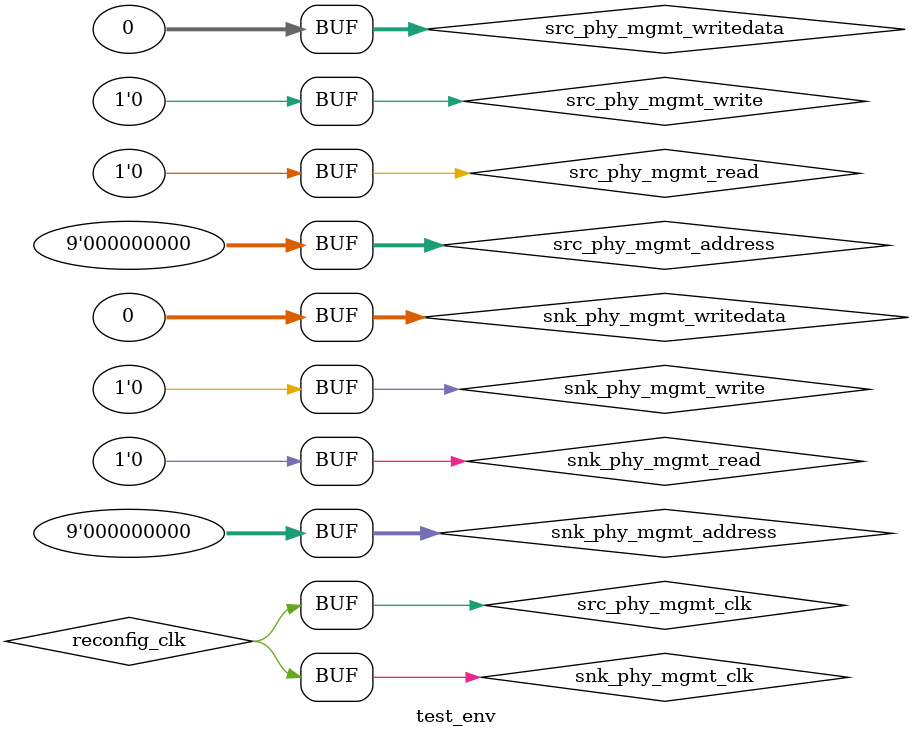
<source format=v>


`timescale 1 ps / 1 ps

module test_env #
(
  `ifdef ADVANCED_CLOCKING
	 parameter                  user_clock_frequency   = 145.98375e6,
   `else
         parameter                  user_clock_frequency   = "146.484375 MHz",
   `endif

   parameter                  lanes                      = 2,
   parameter                  total_samples_to_transfer  = 2000,
   parameter                  mode                       = "continuous",
   parameter                  skew_insertion_enable      = 1,
   parameter                  adaptation_fifo_depth_src  = 32,
   parameter                  adaptation_fifo_depth_snk  = 32,
   parameter                  pll_ref_freq               = "644.53125 MHz",
   parameter                  pll_ref_var                = 644.53125e6,
   parameter                  data_rate                  = "10312.5 Mbps",
   parameter                  meta_frame_length          = 200,
   parameter                  reference_clock_frequency  = "257.8125 MHz",
   parameter                  coreclkin_frequency        = "205.078125 MHz",
   parameter                  ecc_enable                 = 0
 
);

   wire                       src_link_up;
   wire   [(lanes*64)-1:0]    src_data;
   wire   [3:0]               src_sync;
  `ifdef ADVANCED_CLOCKING
   wire   [3:0]               src_error;
   `else
   wire   [2:0]                   src_error;
   `endif
   wire                       src_start_of_burst;
   wire                       src_end_of_burst;
   wire                       src_user_clock_reset;
   wire                       src_xcvr_pll_ref_clk;
   wire                       src_valid;
   wire                       src_user_clock;
   wire                       src_core_reset;

   wire                       snk_link_up;
   wire   [(lanes*64)-1:0]    snk_data;
   wire   [3:0]               snk_sync;
   wire   [(lanes+5)-1:0]     snk_error;
   wire                       snk_start_of_burst;
   wire                       snk_end_of_burst;
   wire                       snk_user_clock_reset;
   wire                       snk_xcvr_pll_ref_clk;
   wire                       snk_valid;
   wire                       snk_user_clock, src_user_clock_int;
   wire                       snk_core_reset;

   wire   [63:0]              burst_descr;
   wire                       burst_descr_ready;
   wire                       burst_descr_read;

   wire   [lanes-1:0]         pre_skew_serial_data;
   wire   [lanes-1:0]         post_skew_serial_data;

   wire                       reconfig_clk;

   wire                       src_reconfig_busy;
   wire   [(lanes*140)-1:0]   src_reconfig_to_xcvr;
   wire   [(lanes*92)-1:0]    src_reconfig_from_xcvr;

   wire                       src_phy_mgmt_clk;
   wire                       src_phy_mgmt_clk_reset;
   wire   [31:0]              src_phy_mgmt_readdata;
   wire   [31:0]              src_phy_mgmt_writedata;
   wire   [8:0]               src_phy_mgmt_address;
   wire                       src_phy_mgmt_read;
   wire                       src_phy_mgmt_write;
   wire                       src_phy_mgmt_waitrequest;

   wire                       snk_reconfig_busy;
   wire   [(lanes*70)-1:0]    snk_reconfig_to_xcvr;
   wire   [(lanes*46)-1:0]    snk_reconfig_from_xcvr;

   wire                       snk_phy_mgmt_clk;
   wire                       snk_phy_mgmt_clk_reset;
   wire   [31:0]              snk_phy_mgmt_readdata;
   wire   [31:0]              snk_phy_mgmt_writedata;
   wire   [8:0]               snk_phy_mgmt_address;
   wire                       snk_phy_mgmt_read;
   wire                       snk_phy_mgmt_write;
   wire                       snk_phy_mgmt_waitrequest;

   wire                       tg_enable;
   wire                       tg_test_mode;
   wire                       tg_enable_stalls;

   wire   [15:0]              tg_burst_count;
   wire   [63:0]              tg_words_transferred;

   wire                       tc_enable;
   wire   [15:0]              tc_burst_count;
   wire   [63:0]              tc_words_transferred;
   wire   [lanes-1:0]         tc_lane_swap_error;
   wire   [lanes-1:0]         tc_lane_sequence_error;
   wire   [lanes-1:0]         tc_lane_alignment_error;


   //
   // Source traffic generator
   //
   traffic_gen #
   (
      .lanes(lanes),
      .total_samples_to_transfer(total_samples_to_transfer)
   )
   traffic_gen
   (
      // Clocks and reset
      .user_clock(src_user_clock),
      .user_clock_reset(src_user_clock_reset),

      // Traffic checker ports
      .burst_descr(burst_descr),
      .burst_descr_read(burst_descr_read),
      .burst_descr_read_clk(snk_user_clock),
      .burst_descr_ready(burst_descr_ready),

      // Streaming data interface
      .data(src_data),
      .sync(src_sync),
      .valid(src_valid),
      .start_of_burst(src_start_of_burst),
      .end_of_burst(src_end_of_burst),
      .link_up(src_link_up),

      // Test control ports
      .tg_enable(tg_enable),
      .tg_test_mode(tg_test_mode),
      .tg_enable_stalls(tg_enable_stalls),

      // Status interface
      .tg_burst_count(tg_burst_count),
      .tg_words_transferred(tg_words_transferred)
   );
   
   //
   // Source Interlaken PHY IP management interface tie-offs
   //
   assign src_phy_mgmt_clk        = reconfig_clk;
   assign src_phy_mgmt_clk_reset  = src_core_reset;
   assign src_phy_mgmt_address    = 9'd0;
   assign src_phy_mgmt_read       = 1'b0;
   assign src_phy_mgmt_write      = 1'b0;
   assign src_phy_mgmt_writedata  = 32'd0;


   //
   // Source Interlaken PHY IP reconfiguration controller
   //
   source_reconfig #
   (
      .lanes(lanes)
   )
   source_reconfig_inst
   (
      .reconfig_busy(src_reconfig_busy),
      .mgmt_clk_clk(reconfig_clk),
      .mgmt_rst_reset(src_core_reset),
      .reconfig_mgmt_address(7'd0),
      .reconfig_mgmt_read(1'b0),
      .reconfig_mgmt_readdata(),
      .reconfig_mgmt_waitrequest(),
      .reconfig_mgmt_write(1'b0),
      .reconfig_mgmt_writedata(32'd0),
      .reconfig_to_xcvr(src_reconfig_to_xcvr),
      .reconfig_from_xcvr(src_reconfig_from_xcvr)
   );


   //
   // Link Skew Insertion
   //
   //parameter real   data_rate_real  =  data_rate_real_val;
                                      //(data_rate == "10312.5 Mbps") ? 10312.5e6 :
                                      //(data_rate == "3125 Mbps")    ?    3125e6 : 0e0;

   skew_insertion #
   (
      .lanes(lanes),
      .enable(skew_insertion_enable),
     // .data_rate(data_rate_real),
      .max_skew(107)
   )
   skew_insertion_inst
   (
      .rx_serial_data(pre_skew_serial_data),
      .tx_serial_data(post_skew_serial_data)
   );

   `ifdef DUPLEX_MODE
   //
   // Duplex Core
   //
   seriallite_iii_streaming #
   (
      .lanes(lanes),
      .adaptation_fifo_depth(adaptation_fifo_depth_src),
      .pll_ref_freq(pll_ref_freq),
      .data_rate(data_rate),
    `ifndef ADVANCED_CLOCKING
      .reference_clock_frequency(reference_clock_frequency),
      .coreclkin_frequency(coreclkin_frequency),
      .user_clock_frequency(user_clock_frequency),
    `endif
      .meta_frame_length(meta_frame_length),
      .ecc_enable (ecc_enable)

   )
   duplex_inst
   (
	 
      // Clocks and reset
      .core_reset(src_core_reset),
       `ifdef ADVANCED_CLOCKING
      .user_clock_tx(src_user_clock),
      .user_clock_reset_tx(src_user_clock_reset),
      .interface_clock_rx(snk_user_clock),
      .interface_clock_reset_rx(snk_user_clock_reset),
      `else
      .user_clock_tx(src_user_clock),
      .user_clock_reset_tx(src_user_clock_reset),
      .user_clock_rx(snk_user_clock),
      .user_clock_reset_rx(snk_user_clock_reset),
      `endif

      // Source User Interface
      .data_tx(src_data),
      .sync_tx(src_sync),
      .valid_tx(src_valid),
      .start_of_burst_tx(src_start_of_burst),
      .end_of_burst_tx(src_end_of_burst),
      .link_up_tx(src_link_up),
      .error_tx(src_error),
      
      // Sink User Interface
      .data_rx(snk_data),
      .sync_rx(snk_sync),
      .valid_rx(snk_valid),
      .start_of_burst_rx(snk_start_of_burst),
      .end_of_burst_rx(snk_end_of_burst),
      .link_up_rx(snk_link_up),
      .error_rx(snk_error),

      // Interlaken PHY IP management interface
      .phy_mgmt_clk(src_phy_mgmt_clk),
      .phy_mgmt_clk_reset(src_phy_mgmt_clk_reset),
      .phy_mgmt_address(src_phy_mgmt_address),
      .phy_mgmt_read(src_phy_mgmt_read),
      .phy_mgmt_readdata(src_phy_mgmt_readdata),
      .phy_mgmt_write(src_phy_mgmt_write),
      .phy_mgmt_writedata(src_phy_mgmt_writedata),
      .phy_mgmt_waitrequest(src_phy_mgmt_waitrequest),

      // Transceiver clock and data
      .xcvr_pll_ref_clk(src_xcvr_pll_ref_clk),
      .tx_serial_data(pre_skew_serial_data),
      .rx_serial_data(post_skew_serial_data),

      // Transceiver reconfiguration interface
      //.reconfig_clk(reconfig_clk),
      .reconfig_busy(src_reconfig_busy),
      .reconfig_to_xcvr(src_reconfig_to_xcvr),
      .reconfig_from_xcvr(src_reconfig_from_xcvr)
   );
   
   
   
   `else
   //
   // Source core
   //
   seriallite_iii_streaming_source #
   (
      .lanes(lanes),
      .adaptation_fifo_depth(adaptation_fifo_depth_src),
      .pll_ref_freq(pll_ref_freq),
      .data_rate(data_rate),
    `ifndef ADVANCED_CLOCKING
      .reference_clock_frequency(reference_clock_frequency),
      .coreclkin_frequency(coreclkin_frequency),
      .user_clock_frequency(user_clock_frequency),
    `endif
     .meta_frame_length(meta_frame_length),
     .ecc_enable (ecc_enable)

   )
   source_inst
   (
	 
      // Clocks and reset
      .core_reset(src_core_reset),
      .user_clock(src_user_clock),
      .user_clock_reset(src_user_clock_reset),

      // Source User Interface
      .data(src_data),
      .sync(src_sync),
      .valid(src_valid),
      .start_of_burst(src_start_of_burst),
      .end_of_burst(src_end_of_burst),
      .link_up(src_link_up),
      .error(src_error),

      // Interlaken PHY IP management interface
      .phy_mgmt_clk(src_phy_mgmt_clk),
      .phy_mgmt_clk_reset(src_phy_mgmt_clk_reset),
      .phy_mgmt_address(src_phy_mgmt_address),
      .phy_mgmt_read(src_phy_mgmt_read),
      .phy_mgmt_readdata(src_phy_mgmt_readdata),
      .phy_mgmt_write(src_phy_mgmt_write),
      .phy_mgmt_writedata(src_phy_mgmt_writedata),
      .phy_mgmt_waitrequest(src_phy_mgmt_waitrequest),

      // Transceiver clock and data
      .xcvr_pll_ref_clk(src_xcvr_pll_ref_clk),
      .tx_serial_data(pre_skew_serial_data),

      // Transceiver reconfiguration interface
      //.reconfig_clk(reconfig_clk),
      .reconfig_busy(src_reconfig_busy),
      .reconfig_to_xcvr(src_reconfig_to_xcvr),
      .reconfig_from_xcvr(src_reconfig_from_xcvr)
   );

   //
   // Sink Core
   //
   seriallite_iii_streaming_sink #
   (
      .lanes(lanes),
      .adaptation_fifo_depth(adaptation_fifo_depth_snk),
      .pll_ref_freq(pll_ref_freq),
      .data_rate(data_rate),
   `ifndef ADVANCED_CLOCKING
      .reference_clock_frequency(reference_clock_frequency),
      .coreclkin_frequency(coreclkin_frequency),
      .user_clock_frequency(user_clock_frequency),
    `endif
      .meta_frame_length(meta_frame_length),
      .ecc_enable (ecc_enable)
   )
   sink_inst
   (
      // Clocks and reset
      .core_reset(snk_core_reset),
      `ifdef ADVANCED_CLOCKING
      .interface_clock(snk_user_clock),
      .interface_clock_reset(snk_user_clock_reset),
      `else
      .user_clock(snk_user_clock),
      .user_clock_reset(snk_user_clock_reset),
      `endif

      // Sink User Interface
      .data(snk_data),
      .sync(snk_sync),
      .valid(snk_valid),
      .start_of_burst(snk_start_of_burst),
      .end_of_burst(snk_end_of_burst),
      .link_up(snk_link_up),
      .error(snk_error),

      // Interlaken PHY IP management interface
      .phy_mgmt_clk(snk_phy_mgmt_clk),
      .phy_mgmt_clk_reset(snk_phy_mgmt_clk_reset),
      .phy_mgmt_address(snk_phy_mgmt_address),
      .phy_mgmt_read(snk_phy_mgmt_read),
      .phy_mgmt_readdata(snk_phy_mgmt_readdata),
      .phy_mgmt_write(snk_phy_mgmt_write),
      .phy_mgmt_writedata(snk_phy_mgmt_writedata),
      .phy_mgmt_waitrequest(snk_phy_mgmt_waitrequest),

      // Transceiver clock and data
      .xcvr_pll_ref_clk(snk_xcvr_pll_ref_clk),
      .rx_serial_data(post_skew_serial_data),

      // Transceiver reconfiguration interface
      //.reconfig_clk(reconfig_clk),
      .reconfig_busy(snk_reconfig_busy),
      .reconfig_to_xcvr(snk_reconfig_to_xcvr),
      .reconfig_from_xcvr(snk_reconfig_from_xcvr)
   );


   //
   // Sink Interlaken PHY IP management interface tie-offs
   //
   assign snk_phy_mgmt_clk        = reconfig_clk;
   assign snk_phy_mgmt_clk_reset  = snk_core_reset;
   assign snk_phy_mgmt_address    = 9'd0;
   assign snk_phy_mgmt_read       = 1'b0;
   assign snk_phy_mgmt_write      = 1'b0;
   assign snk_phy_mgmt_writedata  = 32'd0;


   //
   // Interlaken PHY IP reconfiguration controller
   //
   sink_reconfig #
   (
      .lanes(lanes)
   )
   sink_reconfig_inst
   (
      .reconfig_busy(snk_reconfig_busy),
      .mgmt_clk_clk(reconfig_clk),
      .mgmt_rst_reset(snk_core_reset),
      .reconfig_mgmt_address(7'd0),
      .reconfig_mgmt_read(1'b0),
      .reconfig_mgmt_readdata(),
      .reconfig_mgmt_waitrequest(),
      .reconfig_mgmt_write(1'b0),
      .reconfig_mgmt_writedata(32'd0),
      .reconfig_to_xcvr(snk_reconfig_to_xcvr),
      .reconfig_from_xcvr(snk_reconfig_from_xcvr)
   );
   
   `endif

   //
   // Sink Traffic Checker
   traffic_check #
   (
      .lanes(lanes)
   )
   traffic_check
   (
      // Clocks and reset
      .user_clock(snk_user_clock),
      .user_clock_reset(snk_user_clock_reset),

      // Traffic checker ports
      .burst_descr(burst_descr),
      .burst_descr_read(burst_descr_read),
      .burst_descr_ready(burst_descr_ready),

      // Streaming data interface
      .data(snk_data),
      .sync(snk_sync),
      .valid(snk_valid),
      .start_of_burst(snk_start_of_burst),
      .end_of_burst(snk_end_of_burst),

      // Test control ports
      .tc_enable(tc_enable),
      .tc_test_mode(tg_test_mode),
      .tc_enable_stalls(tg_enable_stalls),

      // Status ports
      .tc_burst_count(tc_burst_count),
      .tc_words_received(tc_words_transferred),

      // Status interface
      .tc_lane_swap_error(tc_lane_swap_error),
      .tc_lane_sequence_error(tc_lane_sequence_error),
      .tc_lane_alignment_error(tc_lane_alignment_error)
   );


   testbench #
   (
      `ifdef ADVANCED_CLOCKING
      .user_clock_frequency(user_clock_frequency),
      `endif
      .lanes(lanes),
      .total_samples_to_transfer(total_samples_to_transfer),
      .pll_ref_freq(pll_ref_freq),
      .pll_ref_var(pll_ref_var)
   )
   testbench
   (
      .reconfig_clk(reconfig_clk),
      `ifdef ADVANCED_CLOCKING
      .source_user_clock(src_user_clock),
      .source_user_clock_reset(src_user_clock_reset),
      `endif
      .sink_pll_ref_clk(snk_xcvr_pll_ref_clk),
      .sink_test_reset(snk_core_reset),
      .source_pll_ref_clk(src_xcvr_pll_ref_clk),
      .source_test_reset(src_core_reset),
      .tc_enable(tc_enable),
      .tg_enable(tg_enable),
      .tg_test_mode(tg_test_mode),
			.tg_enable_stalls(tg_enable_stalls)
   );

endmodule  // test_env

</source>
